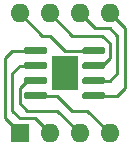
<source format=gtl>
%TF.GenerationSoftware,KiCad,Pcbnew,(5.1.6)-1*%
%TF.CreationDate,2020-09-18T13:03:01-04:00*%
%TF.ProjectId,8_SOIC_DIP,385f534f-4943-45f4-9449-502e6b696361,rev?*%
%TF.SameCoordinates,Original*%
%TF.FileFunction,Copper,L1,Top*%
%TF.FilePolarity,Positive*%
%FSLAX46Y46*%
G04 Gerber Fmt 4.6, Leading zero omitted, Abs format (unit mm)*
G04 Created by KiCad (PCBNEW (5.1.6)-1) date 2020-09-18 13:03:01*
%MOMM*%
%LPD*%
G01*
G04 APERTURE LIST*
%TA.AperFunction,SMDPad,CuDef*%
%ADD10R,2.290000X3.000000*%
%TD*%
%TA.AperFunction,ComponentPad*%
%ADD11O,1.600000X1.600000*%
%TD*%
%TA.AperFunction,ComponentPad*%
%ADD12R,1.600000X1.600000*%
%TD*%
%TA.AperFunction,Conductor*%
%ADD13C,0.250000*%
%TD*%
G04 APERTURE END LIST*
D10*
%TO.P,REF\u002A\u002A,9*%
%TO.N,N/C*%
X64135000Y-44450000D03*
%TO.P,REF\u002A\u002A,8*%
%TA.AperFunction,SMDPad,CuDef*%
G36*
G01*
X65635000Y-42695000D02*
X65635000Y-42395000D01*
G75*
G02*
X65785000Y-42245000I150000J0D01*
G01*
X67435000Y-42245000D01*
G75*
G02*
X67585000Y-42395000I0J-150000D01*
G01*
X67585000Y-42695000D01*
G75*
G02*
X67435000Y-42845000I-150000J0D01*
G01*
X65785000Y-42845000D01*
G75*
G02*
X65635000Y-42695000I0J150000D01*
G01*
G37*
%TD.AperFunction*%
%TO.P,REF\u002A\u002A,7*%
%TA.AperFunction,SMDPad,CuDef*%
G36*
G01*
X65635000Y-43965000D02*
X65635000Y-43665000D01*
G75*
G02*
X65785000Y-43515000I150000J0D01*
G01*
X67435000Y-43515000D01*
G75*
G02*
X67585000Y-43665000I0J-150000D01*
G01*
X67585000Y-43965000D01*
G75*
G02*
X67435000Y-44115000I-150000J0D01*
G01*
X65785000Y-44115000D01*
G75*
G02*
X65635000Y-43965000I0J150000D01*
G01*
G37*
%TD.AperFunction*%
%TO.P,REF\u002A\u002A,6*%
%TA.AperFunction,SMDPad,CuDef*%
G36*
G01*
X65635000Y-45235000D02*
X65635000Y-44935000D01*
G75*
G02*
X65785000Y-44785000I150000J0D01*
G01*
X67435000Y-44785000D01*
G75*
G02*
X67585000Y-44935000I0J-150000D01*
G01*
X67585000Y-45235000D01*
G75*
G02*
X67435000Y-45385000I-150000J0D01*
G01*
X65785000Y-45385000D01*
G75*
G02*
X65635000Y-45235000I0J150000D01*
G01*
G37*
%TD.AperFunction*%
%TO.P,REF\u002A\u002A,5*%
%TA.AperFunction,SMDPad,CuDef*%
G36*
G01*
X65635000Y-46505000D02*
X65635000Y-46205000D01*
G75*
G02*
X65785000Y-46055000I150000J0D01*
G01*
X67435000Y-46055000D01*
G75*
G02*
X67585000Y-46205000I0J-150000D01*
G01*
X67585000Y-46505000D01*
G75*
G02*
X67435000Y-46655000I-150000J0D01*
G01*
X65785000Y-46655000D01*
G75*
G02*
X65635000Y-46505000I0J150000D01*
G01*
G37*
%TD.AperFunction*%
%TO.P,REF\u002A\u002A,4*%
%TA.AperFunction,SMDPad,CuDef*%
G36*
G01*
X60685000Y-46505000D02*
X60685000Y-46205000D01*
G75*
G02*
X60835000Y-46055000I150000J0D01*
G01*
X62485000Y-46055000D01*
G75*
G02*
X62635000Y-46205000I0J-150000D01*
G01*
X62635000Y-46505000D01*
G75*
G02*
X62485000Y-46655000I-150000J0D01*
G01*
X60835000Y-46655000D01*
G75*
G02*
X60685000Y-46505000I0J150000D01*
G01*
G37*
%TD.AperFunction*%
%TO.P,REF\u002A\u002A,3*%
%TA.AperFunction,SMDPad,CuDef*%
G36*
G01*
X60685000Y-45235000D02*
X60685000Y-44935000D01*
G75*
G02*
X60835000Y-44785000I150000J0D01*
G01*
X62485000Y-44785000D01*
G75*
G02*
X62635000Y-44935000I0J-150000D01*
G01*
X62635000Y-45235000D01*
G75*
G02*
X62485000Y-45385000I-150000J0D01*
G01*
X60835000Y-45385000D01*
G75*
G02*
X60685000Y-45235000I0J150000D01*
G01*
G37*
%TD.AperFunction*%
%TO.P,REF\u002A\u002A,2*%
%TA.AperFunction,SMDPad,CuDef*%
G36*
G01*
X60685000Y-43965000D02*
X60685000Y-43665000D01*
G75*
G02*
X60835000Y-43515000I150000J0D01*
G01*
X62485000Y-43515000D01*
G75*
G02*
X62635000Y-43665000I0J-150000D01*
G01*
X62635000Y-43965000D01*
G75*
G02*
X62485000Y-44115000I-150000J0D01*
G01*
X60835000Y-44115000D01*
G75*
G02*
X60685000Y-43965000I0J150000D01*
G01*
G37*
%TD.AperFunction*%
%TO.P,REF\u002A\u002A,1*%
%TA.AperFunction,SMDPad,CuDef*%
G36*
G01*
X60685000Y-42695000D02*
X60685000Y-42395000D01*
G75*
G02*
X60835000Y-42245000I150000J0D01*
G01*
X62485000Y-42245000D01*
G75*
G02*
X62635000Y-42395000I0J-150000D01*
G01*
X62635000Y-42695000D01*
G75*
G02*
X62485000Y-42845000I-150000J0D01*
G01*
X60835000Y-42845000D01*
G75*
G02*
X60685000Y-42695000I0J150000D01*
G01*
G37*
%TD.AperFunction*%
%TD*%
D11*
%TO.P,,8*%
%TO.N,N/C*%
X60325000Y-39370000D03*
%TO.P,,4*%
X67945000Y-49530000D03*
%TO.P,,7*%
X62865000Y-39370000D03*
%TO.P,,3*%
X65405000Y-49530000D03*
%TO.P,,6*%
X65405000Y-39370000D03*
%TO.P,,2*%
X62865000Y-49530000D03*
%TO.P,,5*%
X67945000Y-39370000D03*
D12*
%TO.P,,1*%
X60325000Y-49530000D03*
%TD*%
D13*
%TO.N,*%
X61660000Y-42545000D02*
X59690000Y-42545000D01*
X59690000Y-42545000D02*
X59055000Y-43180000D01*
X59055000Y-48260000D02*
X60325000Y-49530000D01*
X59055000Y-43180000D02*
X59055000Y-48260000D01*
X61660000Y-43815000D02*
X60325000Y-43815000D01*
X60325000Y-43815000D02*
X59690000Y-44450000D01*
X59690000Y-44450000D02*
X59690000Y-47625000D01*
X59690000Y-47625000D02*
X60325000Y-48260000D01*
X61595000Y-48260000D02*
X62865000Y-49530000D01*
X60325000Y-48260000D02*
X61595000Y-48260000D01*
X63500000Y-47625000D02*
X65405000Y-49530000D01*
X61660000Y-45085000D02*
X60960000Y-45085000D01*
X60325000Y-45720000D02*
X60325000Y-46990000D01*
X60960000Y-45085000D02*
X60325000Y-45720000D01*
X60325000Y-46990000D02*
X60960000Y-47625000D01*
X60960000Y-47625000D02*
X63500000Y-47625000D01*
X61660000Y-46355000D02*
X63500000Y-46355000D01*
X63500000Y-46355000D02*
X64770000Y-47625000D01*
X66040000Y-47625000D02*
X67945000Y-49530000D01*
X64770000Y-47625000D02*
X66040000Y-47625000D01*
X66610000Y-46355000D02*
X68580000Y-46355000D01*
X68580000Y-46355000D02*
X69215000Y-45720000D01*
X69215000Y-40640000D02*
X67945000Y-39370000D01*
X69215000Y-45720000D02*
X69215000Y-40640000D01*
X67945000Y-45085000D02*
X68580000Y-44450000D01*
X66610000Y-45085000D02*
X67945000Y-45085000D01*
X68580000Y-44450000D02*
X68580000Y-41275000D01*
X67945000Y-40640000D02*
X66675000Y-40640000D01*
X66675000Y-40640000D02*
X65405000Y-39370000D01*
X68580000Y-41275000D02*
X67945000Y-40640000D01*
X66610000Y-43815000D02*
X67310000Y-43815000D01*
X67310000Y-43815000D02*
X67945000Y-43180000D01*
X67945000Y-43180000D02*
X67945000Y-41910000D01*
X67945000Y-41910000D02*
X67310000Y-41275000D01*
X67310000Y-41275000D02*
X64770000Y-41275000D01*
X64770000Y-41275000D02*
X62865000Y-39370000D01*
X66610000Y-42545000D02*
X64135000Y-42545000D01*
X64135000Y-42545000D02*
X62865000Y-41275000D01*
X62230000Y-41275000D02*
X60325000Y-39370000D01*
X62865000Y-41275000D02*
X62230000Y-41275000D01*
%TD*%
M02*

</source>
